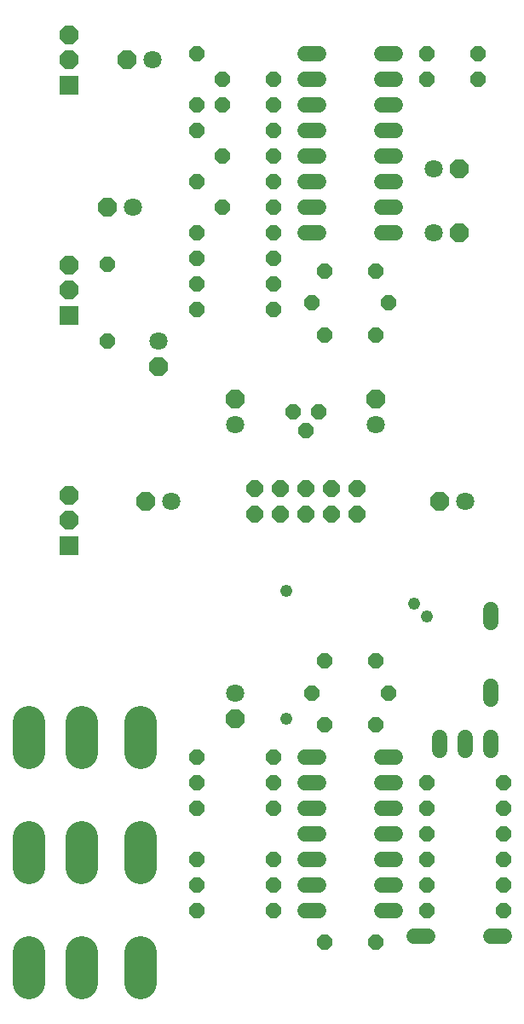
<source format=gts>
G04 EAGLE Gerber RS-274X export*
G75*
%MOMM*%
%FSLAX34Y34*%
%LPD*%
%INSoldermask Top*%
%IPPOS*%
%AMOC8*
5,1,8,0,0,1.08239X$1,22.5*%
G01*
%ADD10C,1.524000*%
%ADD11R,1.879600X1.879600*%
%ADD12P,2.034460X8X22.500000*%
%ADD13C,3.251200*%
%ADD14P,1.649562X8X22.500000*%
%ADD15P,1.649562X8X202.500000*%
%ADD16P,1.951982X8X22.500000*%
%ADD17C,1.803400*%
%ADD18P,1.649562X8X112.500000*%
%ADD19P,1.951982X8X202.500000*%
%ADD20P,1.951982X8X292.500000*%
%ADD21P,1.759533X8X22.500000*%
%ADD22P,1.951982X8X112.500000*%
%ADD23C,1.219200*%


D10*
X381254Y768350D02*
X368046Y768350D01*
X368046Y793750D02*
X381254Y793750D01*
X381254Y920750D02*
X368046Y920750D01*
X368046Y946150D02*
X381254Y946150D01*
X381254Y819150D02*
X368046Y819150D01*
X368046Y844550D02*
X381254Y844550D01*
X381254Y895350D02*
X368046Y895350D01*
X368046Y869950D02*
X381254Y869950D01*
X305054Y946150D02*
X291846Y946150D01*
X291846Y920750D02*
X305054Y920750D01*
X305054Y895350D02*
X291846Y895350D01*
X291846Y869950D02*
X305054Y869950D01*
X305054Y844550D02*
X291846Y844550D01*
X291846Y819150D02*
X305054Y819150D01*
X305054Y793750D02*
X291846Y793750D01*
X291846Y768350D02*
X305054Y768350D01*
X305054Y247650D02*
X291846Y247650D01*
X291846Y222250D02*
X305054Y222250D01*
X305054Y95250D02*
X291846Y95250D01*
X368046Y95250D02*
X381254Y95250D01*
X305054Y196850D02*
X291846Y196850D01*
X291846Y171450D02*
X305054Y171450D01*
X305054Y120650D02*
X291846Y120650D01*
X291846Y146050D02*
X305054Y146050D01*
X368046Y120650D02*
X381254Y120650D01*
X381254Y146050D02*
X368046Y146050D01*
X368046Y171450D02*
X381254Y171450D01*
X381254Y196850D02*
X368046Y196850D01*
X368046Y222250D02*
X381254Y222250D01*
X381254Y247650D02*
X368046Y247650D01*
D11*
X57150Y457600D03*
D12*
X57150Y482600D03*
X57150Y507600D03*
D11*
X57150Y914800D03*
D12*
X57150Y939800D03*
X57150Y964800D03*
D11*
X57150Y686200D03*
D12*
X57150Y711200D03*
X57150Y736200D03*
D13*
X70000Y53340D02*
X70000Y22860D01*
X17000Y22860D02*
X17000Y53340D01*
X128000Y53340D02*
X128000Y22860D01*
X70000Y137160D02*
X70000Y167640D01*
X17000Y167640D02*
X17000Y137160D01*
X128000Y137160D02*
X128000Y167640D01*
X70000Y251460D02*
X70000Y281940D01*
X17000Y281940D02*
X17000Y251460D01*
X128000Y251460D02*
X128000Y281940D01*
D14*
X412750Y946150D03*
X463550Y946150D03*
X412750Y920750D03*
X463550Y920750D03*
X209550Y920750D03*
X260350Y920750D03*
D15*
X260350Y895350D03*
X209550Y895350D03*
D16*
X444500Y768350D03*
D17*
X419100Y768350D03*
D15*
X260350Y844550D03*
X209550Y844550D03*
X260350Y793750D03*
X209550Y793750D03*
X361950Y730250D03*
X311150Y730250D03*
D16*
X444500Y831850D03*
D17*
X419100Y831850D03*
D15*
X260350Y869950D03*
X184150Y869950D03*
D18*
X184150Y895350D03*
X184150Y946150D03*
D15*
X260350Y819150D03*
X184150Y819150D03*
X260350Y768350D03*
X184150Y768350D03*
X361950Y666750D03*
X311150Y666750D03*
X374650Y698500D03*
X298450Y698500D03*
D19*
X114300Y939800D03*
D17*
X139700Y939800D03*
D14*
X184150Y717550D03*
X260350Y717550D03*
D20*
X146050Y635000D03*
D17*
X146050Y660400D03*
D14*
X184150Y742950D03*
X260350Y742950D03*
X184150Y692150D03*
X260350Y692150D03*
D19*
X95250Y793750D03*
D17*
X120650Y793750D03*
D18*
X95250Y660400D03*
X95250Y736600D03*
D15*
X361950Y342900D03*
X311150Y342900D03*
D14*
X298450Y311150D03*
X374650Y311150D03*
D20*
X222250Y285750D03*
D17*
X222250Y311150D03*
D15*
X260350Y247650D03*
X184150Y247650D03*
X260350Y222250D03*
X184150Y222250D03*
D14*
X184150Y196850D03*
X260350Y196850D03*
D15*
X260350Y95250D03*
X184150Y95250D03*
D14*
X184150Y120650D03*
X260350Y120650D03*
X184150Y146050D03*
X260350Y146050D03*
D10*
X399796Y69850D02*
X413004Y69850D01*
X475996Y69850D02*
X489204Y69850D01*
X476250Y253746D02*
X476250Y266954D01*
X425450Y266954D02*
X425450Y253746D01*
X450850Y253746D02*
X450850Y266954D01*
D15*
X488950Y222250D03*
X412750Y222250D03*
X488950Y196850D03*
X412750Y196850D03*
X488950Y171450D03*
X412750Y171450D03*
D14*
X412750Y146050D03*
X488950Y146050D03*
X412750Y120650D03*
X488950Y120650D03*
X412750Y95250D03*
X488950Y95250D03*
D10*
X476250Y304546D02*
X476250Y317754D01*
X476250Y380746D02*
X476250Y393954D01*
D15*
X304800Y590550D03*
X292100Y571500D03*
X279400Y590550D03*
D19*
X425450Y501650D03*
D17*
X450850Y501650D03*
D19*
X133350Y501650D03*
D17*
X158750Y501650D03*
D21*
X241300Y488950D03*
X241300Y514350D03*
X266700Y488950D03*
X266700Y514350D03*
X292100Y488950D03*
X292100Y514350D03*
X317500Y488950D03*
X317500Y514350D03*
X342900Y488950D03*
X342900Y514350D03*
D14*
X311150Y63500D03*
X361950Y63500D03*
D15*
X361950Y279400D03*
X311150Y279400D03*
D22*
X222250Y603250D03*
D17*
X222250Y577850D03*
D22*
X361950Y603250D03*
D17*
X361950Y577850D03*
D23*
X273050Y412750D03*
X273050Y285750D03*
X400050Y400050D03*
X412750Y387350D03*
M02*

</source>
